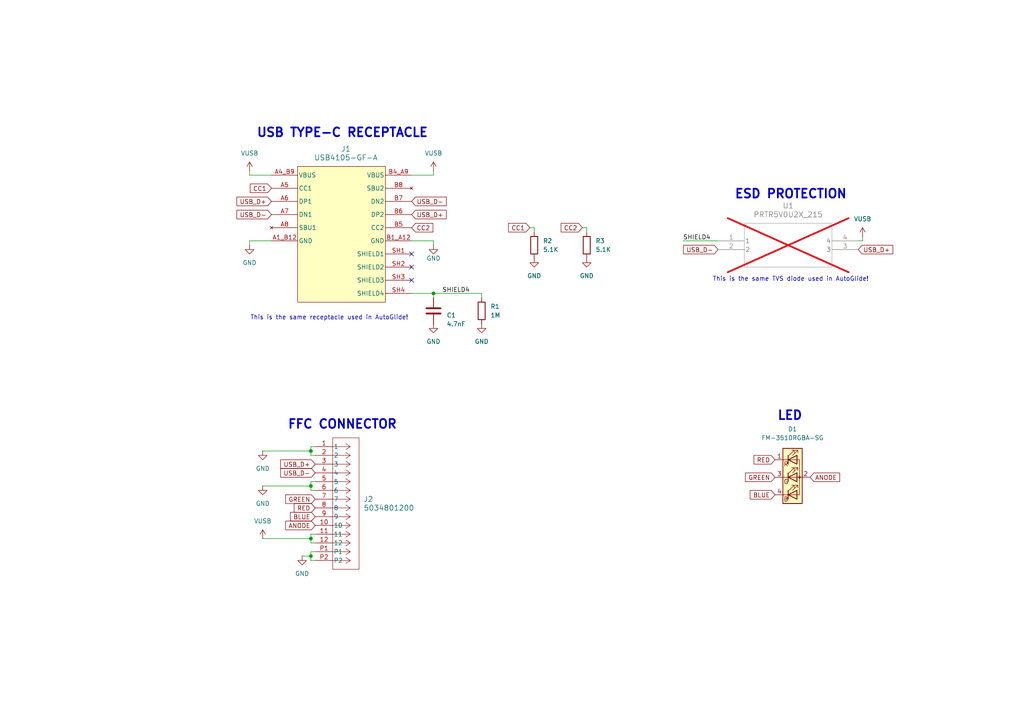
<source format=kicad_sch>
(kicad_sch (version 20231120) (generator "eeschema") (generator_version "8.0")
  (paper "A4")
  (lib_symbols
    (symbol "5034801200:5034801200" (pin_names (offset 0.254))
      (property "Reference" "J" (at 8.89 6.35 0))
      (property "Value" "5034801200" (at 0 0 0))
      (symbol "5034801200_1_1"
        (polyline (pts (xy 5.08 -35.56) (xy 12.7 -35.56)) (stroke (width 0.127)))
        (polyline (pts (xy 5.08 2.54) (xy 5.08 -35.56)) (stroke (width 0.127)))
        (polyline (pts (xy 10.16 -33.02) (xy 5.08 -33.02)) (stroke (width 0.127)))
        (polyline (pts (xy 10.16 -33.02) (xy 8.89 -33.8667)) (stroke (width 0.127)))
        (polyline (pts (xy 10.16 -33.02) (xy 8.89 -32.1733)) (stroke (width 0.127)))
        (polyline (pts (xy 10.16 -30.48) (xy 5.08 -30.48)) (stroke (width 0.127)))
        (polyline (pts (xy 10.16 -30.48) (xy 8.89 -31.3267)) (stroke (width 0.127)))
        (polyline (pts (xy 10.16 -30.48) (xy 8.89 -29.6333)) (stroke (width 0.127)))
        (polyline (pts (xy 10.16 -27.94) (xy 5.08 -27.94)) (stroke (width 0.127)))
        (polyline (pts (xy 10.16 -27.94) (xy 8.89 -28.7867)) (stroke (width 0.127)))
        (polyline (pts (xy 10.16 -27.94) (xy 8.89 -27.0933)) (stroke (width 0.127)))
        (polyline (pts (xy 10.16 -25.4) (xy 5.08 -25.4)) (stroke (width 0.127)))
        (polyline (pts (xy 10.16 -25.4) (xy 8.89 -26.2467)) (stroke (width 0.127)))
        (polyline (pts (xy 10.16 -25.4) (xy 8.89 -24.5533)) (stroke (width 0.127)))
        (polyline (pts (xy 10.16 -22.86) (xy 5.08 -22.86)) (stroke (width 0.127)))
        (polyline (pts (xy 10.16 -22.86) (xy 8.89 -23.7067)) (stroke (width 0.127)))
        (polyline (pts (xy 10.16 -22.86) (xy 8.89 -22.0133)) (stroke (width 0.127)))
        (polyline (pts (xy 10.16 -20.32) (xy 5.08 -20.32)) (stroke (width 0.127)))
        (polyline (pts (xy 10.16 -20.32) (xy 8.89 -21.1667)) (stroke (width 0.127)))
        (polyline (pts (xy 10.16 -20.32) (xy 8.89 -19.4733)) (stroke (width 0.127)))
        (polyline (pts (xy 10.16 -17.78) (xy 5.08 -17.78)) (stroke (width 0.127)))
        (polyline (pts (xy 10.16 -17.78) (xy 8.89 -18.6267)) (stroke (width 0.127)))
        (polyline (pts (xy 10.16 -17.78) (xy 8.89 -16.9333)) (stroke (width 0.127)))
        (polyline (pts (xy 10.16 -15.24) (xy 5.08 -15.24)) (stroke (width 0.127)))
        (polyline (pts (xy 10.16 -15.24) (xy 8.89 -16.0867)) (stroke (width 0.127)))
        (polyline (pts (xy 10.16 -15.24) (xy 8.89 -14.3933)) (stroke (width 0.127)))
        (polyline (pts (xy 10.16 -12.7) (xy 5.08 -12.7)) (stroke (width 0.127)))
        (polyline (pts (xy 10.16 -12.7) (xy 8.89 -13.5467)) (stroke (width 0.127)))
        (polyline (pts (xy 10.16 -12.7) (xy 8.89 -11.8533)) (stroke (width 0.127)))
        (polyline (pts (xy 10.16 -10.16) (xy 5.08 -10.16)) (stroke (width 0.127)))
        (polyline (pts (xy 10.16 -10.16) (xy 8.89 -11.0067)) (stroke (width 0.127)))
        (polyline (pts (xy 10.16 -10.16) (xy 8.89 -9.3133)) (stroke (width 0.127)))
        (polyline (pts (xy 10.16 -7.62) (xy 5.08 -7.62)) (stroke (width 0.127)))
        (polyline (pts (xy 10.16 -7.62) (xy 8.89 -8.4667)) (stroke (width 0.127)))
        (polyline (pts (xy 10.16 -7.62) (xy 8.89 -6.7733)) (stroke (width 0.127)))
        (polyline (pts (xy 10.16 -5.08) (xy 5.08 -5.08)) (stroke (width 0.127)))
        (polyline (pts (xy 10.16 -5.08) (xy 8.89 -5.9267)) (stroke (width 0.127)))
        (polyline (pts (xy 10.16 -5.08) (xy 8.89 -4.2333)) (stroke (width 0.127)))
        (polyline (pts (xy 10.16 -2.54) (xy 5.08 -2.54)) (stroke (width 0.127)))
        (polyline (pts (xy 10.16 -2.54) (xy 8.89 -3.3867)) (stroke (width 0.127)))
        (polyline (pts (xy 10.16 -2.54) (xy 8.89 -1.6933)) (stroke (width 0.127)))
        (polyline (pts (xy 10.16 0) (xy 5.08 0)) (stroke (width 0.127)))
        (polyline (pts (xy 10.16 0) (xy 8.89 -0.8467)) (stroke (width 0.127)))
        (polyline (pts (xy 10.16 0) (xy 8.89 0.8467)) (stroke (width 0.127)))
        (polyline (pts (xy 12.7 -35.56) (xy 12.7 2.54)) (stroke (width 0.127)))
        (polyline (pts (xy 12.7 2.54) (xy 5.08 2.54)) (stroke (width 0.127)))
        (pin unspecified line (at 0 0 0) (length 5.08) (name "1") (number "1"))
        (pin unspecified line (at 0 -22.86 0) (length 5.08) (name "10") (number "10"))
        (pin unspecified line (at 0 -25.4 0) (length 5.08) (name "11") (number "11"))
        (pin unspecified line (at 0 -27.94 0) (length 5.08) (name "12") (number "12"))
        (pin unspecified line (at 0 -2.54 0) (length 5.08) (name "2") (number "2"))
        (pin unspecified line (at 0 -5.08 0) (length 5.08) (name "3") (number "3"))
        (pin unspecified line (at 0 -7.62 0) (length 5.08) (name "4") (number "4"))
        (pin unspecified line (at 0 -10.16 0) (length 5.08) (name "5") (number "5"))
        (pin unspecified line (at 0 -12.7 0) (length 5.08) (name "6") (number "6"))
        (pin unspecified line (at 0 -15.24 0) (length 5.08) (name "7") (number "7"))
        (pin unspecified line (at 0 -17.78 0) (length 5.08) (name "8") (number "8"))
        (pin unspecified line (at 0 -20.32 0) (length 5.08) (name "9") (number "9"))
        (pin unspecified line (at 0 -30.48 0) (length 5.08) (name "P1") (number "P1"))
        (pin unspecified line (at 0 -33.02 0) (length 5.08) (name "P2") (number "P2"))
      )
      (symbol "5034801200_1_2"
        (polyline (pts (xy 5.08 -35.56) (xy 12.7 -35.56)) (stroke (width 0.127)))
        (polyline (pts (xy 5.08 2.54) (xy 5.08 -35.56)) (stroke (width 0.127)))
        (polyline (pts (xy 7.62 -33.02) (xy 5.08 -33.02)) (stroke (width 0.127)))
        (polyline (pts (xy 7.62 -33.02) (xy 8.89 -33.8667)) (stroke (width 0.127)))
        (polyline (pts (xy 7.62 -33.02) (xy 8.89 -32.1733)) (stroke (width 0.127)))
        (polyline (pts (xy 7.62 -30.48) (xy 5.08 -30.48)) (stroke (width 0.127)))
        (polyline (pts (xy 7.62 -30.48) (xy 8.89 -31.3267)) (stroke (width 0.127)))
        (polyline (pts (xy 7.62 -30.48) (xy 8.89 -29.6333)) (stroke (width 0.127)))
        (polyline (pts (xy 7.62 -27.94) (xy 5.08 -27.94)) (stroke (width 0.127)))
        (polyline (pts (xy 7.62 -27.94) (xy 8.89 -28.7867)) (stroke (width 0.127)))
        (polyline (pts (xy 7.62 -27.94) (xy 8.89 -27.0933)) (stroke (width 0.127)))
        (polyline (pts (xy 7.62 -25.4) (xy 5.08 -25.4)) (stroke (width 0.127)))
        (polyline (pts (xy 7.62 -25.4) (xy 8.89 -26.2467)) (stroke (width 0.127)))
        (polyline (pts (xy 7.62 -25.4) (xy 8.89 -24.5533)) (stroke (width 0.127)))
        (polyline (pts (xy 7.62 -22.86) (xy 5.08 -22.86)) (stroke (width 0.127)))
        (polyline (pts (xy 7.62 -22.86) (xy 8.89 -23.7067)) (stroke (width 0.127)))
        (polyline (pts (xy 7.62 -22.86) (xy 8.89 -22.0133)) (stroke (width 0.127)))
        (polyline (pts (xy 7.62 -20.32) (xy 5.08 -20.32)) (stroke (width 0.127)))
        (polyline (pts (xy 7.62 -20.32) (xy 8.89 -21.1667)) (stroke (width 0.127)))
        (polyline (pts (xy 7.62 -20.32) (xy 8.89 -19.4733)) (stroke (width 0.127)))
        (polyline (pts (xy 7.62 -17.78) (xy 5.08 -17.78)) (stroke (width 0.127)))
        (polyline (pts (xy 7.62 -17.78) (xy 8.89 -18.6267)) (stroke (width 0.127)))
        (polyline (pts (xy 7.62 -17.78) (xy 8.89 -16.9333)) (stroke (width 0.127)))
        (polyline (pts (xy 7.62 -15.24) (xy 5.08 -15.24)) (stroke (width 0.127)))
        (polyline (pts (xy 7.62 -15.24) (xy 8.89 -16.0867)) (stroke (width 0.127)))
        (polyline (pts (xy 7.62 -15.24) (xy 8.89 -14.3933)) (stroke (width 0.127)))
        (polyline (pts (xy 7.62 -12.7) (xy 5.08 -12.7)) (stroke (width 0.127)))
        (polyline (pts (xy 7.62 -12.7) (xy 8.89 -13.5467)) (stroke (width 0.127)))
        (polyline (pts (xy 7.62 -12.7) (xy 8.89 -11.8533)) (stroke (width 0.127)))
        (polyline (pts (xy 7.62 -10.16) (xy 5.08 -10.16)) (stroke (width 0.127)))
        (polyline (pts (xy 7.62 -10.16) (xy 8.89 -11.0067)) (stroke (width 0.127)))
        (polyline (pts (xy 7.62 -10.16) (xy 8.89 -9.3133)) (stroke (width 0.127)))
        (polyline (pts (xy 7.62 -7.62) (xy 5.08 -7.62)) (stroke (width 0.127)))
        (polyline (pts (xy 7.62 -7.62) (xy 8.89 -8.4667)) (stroke (width 0.127)))
        (polyline (pts (xy 7.62 -7.62) (xy 8.89 -6.7733)) (stroke (width 0.127)))
        (polyline (pts (xy 7.62 -5.08) (xy 5.08 -5.08)) (stroke (width 0.127)))
        (polyline (pts (xy 7.62 -5.08) (xy 8.89 -5.9267)) (stroke (width 0.127)))
        (polyline (pts (xy 7.62 -5.08) (xy 8.89 -4.2333)) (stroke (width 0.127)))
        (polyline (pts (xy 7.62 -2.54) (xy 5.08 -2.54)) (stroke (width 0.127)))
        (polyline (pts (xy 7.62 -2.54) (xy 8.89 -3.3867)) (stroke (width 0.127)))
        (polyline (pts (xy 7.62 -2.54) (xy 8.89 -1.6933)) (stroke (width 0.127)))
        (polyline (pts (xy 7.62 0) (xy 5.08 0)) (stroke (width 0.127)))
        (polyline (pts (xy 7.62 0) (xy 8.89 -0.8467)) (stroke (width 0.127)))
        (polyline (pts (xy 7.62 0) (xy 8.89 0.8467)) (stroke (width 0.127)))
        (polyline (pts (xy 12.7 -35.56) (xy 12.7 2.54)) (stroke (width 0.127)))
        (polyline (pts (xy 12.7 2.54) (xy 5.08 2.54)) (stroke (width 0.127)))
        (pin unspecified line (at 0 0 0) (length 5.08) (name "1") (number "1"))
        (pin unspecified line (at 0 -22.86 0) (length 5.08) (name "10") (number "10"))
        (pin unspecified line (at 0 -25.4 0) (length 5.08) (name "11") (number "11"))
        (pin unspecified line (at 0 -27.94 0) (length 5.08) (name "12") (number "12"))
        (pin unspecified line (at 0 -2.54 0) (length 5.08) (name "2") (number "2"))
        (pin unspecified line (at 0 -5.08 0) (length 5.08) (name "3") (number "3"))
        (pin unspecified line (at 0 -7.62 0) (length 5.08) (name "4") (number "4"))
        (pin unspecified line (at 0 -10.16 0) (length 5.08) (name "5") (number "5"))
        (pin unspecified line (at 0 -12.7 0) (length 5.08) (name "6") (number "6"))
        (pin unspecified line (at 0 -15.24 0) (length 5.08) (name "7") (number "7"))
        (pin unspecified line (at 0 -17.78 0) (length 5.08) (name "8") (number "8"))
        (pin unspecified line (at 0 -20.32 0) (length 5.08) (name "9") (number "9"))
        (pin unspecified line (at 0 -30.48 0) (length 5.08) (name "P1") (number "P1"))
        (pin unspecified line (at 0 -33.02 0) (length 5.08) (name "P2") (number "P2"))
      )
    )
    (symbol "Device:C" (pin_numbers hide) (pin_names (offset 0.254))
      (property "Reference" "C" (at 0.635 2.54 0))
      (property "Value" "C" (at 0.635 -2.54 0))
      (symbol "C_0_1"
        (polyline (pts (xy -2.032 -0.762) (xy 2.032 -0.762)) (stroke (width 0.508)))
        (polyline (pts (xy -2.032 0.762) (xy 2.032 0.762)) (stroke (width 0.508)))
      )
      (symbol "C_1_1"
        (pin passive line (at 0 3.81 270) (length 2.794) (name "~") (number "1"))
        (pin passive line (at 0 -3.81 90) (length 2.794) (name "~") (number "2"))
      )
    )
    (symbol "Device:LED_RAGB" (pin_names (offset 0) hide)
      (property "Reference" "D" (at 0 9.398 0))
      (property "Value" "LED_RAGB" (at 0 -8.89 0))
      (symbol "LED_RAGB_0_0"
        (text "B" (at -1.905 -6.35 0) (effects (font (size 1.27 1.27))))
        (text "G" (at -1.905 -1.27 0) (effects (font (size 1.27 1.27))))
        (text "R" (at -1.905 3.81 0) (effects (font (size 1.27 1.27))))
      )
      (symbol "LED_RAGB_0_1"
        (polyline (pts (xy -1.27 -5.08) (xy -2.54 -5.08)))
        (polyline (pts (xy -1.27 -5.08) (xy 1.27 -5.08)))
        (polyline (pts (xy -1.27 -3.81) (xy -1.27 -6.35)) (stroke (width 0.254)))
        (polyline (pts (xy -1.27 0) (xy -2.54 0)))
        (polyline (pts (xy -1.27 1.27) (xy -1.27 -1.27)) (stroke (width 0.254)))
        (polyline (pts (xy -1.27 5.08) (xy -2.54 5.08)))
        (polyline (pts (xy -1.27 5.08) (xy 1.27 5.08)))
        (polyline (pts (xy -1.27 6.35) (xy -1.27 3.81)) (stroke (width 0.254)))
        (polyline (pts (xy 1.27 0) (xy -1.27 0)))
        (polyline (pts (xy 1.27 0) (xy 2.54 0)))
        (polyline (pts (xy -1.27 1.27) (xy -1.27 -1.27) (xy -1.27 -1.27)))
        (polyline (pts (xy -1.27 6.35) (xy -1.27 3.81) (xy -1.27 3.81)))
        (polyline (pts (xy 1.27 -5.08) (xy 2.032 -5.08) (xy 2.032 5.08) (xy 1.27 5.08)))
        (polyline (pts (xy 1.27 -3.81) (xy 1.27 -6.35) (xy -1.27 -5.08) (xy 1.27 -3.81)) (stroke (width 0.254)))
        (polyline (pts (xy 1.27 1.27) (xy 1.27 -1.27) (xy -1.27 0) (xy 1.27 1.27)) (stroke (width 0.254)))
        (polyline (pts (xy 1.27 6.35) (xy 1.27 3.81) (xy -1.27 5.08) (xy 1.27 6.35)) (stroke (width 0.254)))
        (polyline (pts (xy -1.016 -3.81) (xy 0.508 -2.286) (xy -0.254 -2.286) (xy 0.508 -2.286) (xy 0.508 -3.048)))
        (polyline (pts (xy -1.016 1.27) (xy 0.508 2.794) (xy -0.254 2.794) (xy 0.508 2.794) (xy 0.508 2.032)))
        (polyline (pts (xy -1.016 6.35) (xy 0.508 7.874) (xy -0.254 7.874) (xy 0.508 7.874) (xy 0.508 7.112)))
        (polyline (pts (xy 0 -3.81) (xy 1.524 -2.286) (xy 0.762 -2.286) (xy 1.524 -2.286) (xy 1.524 -3.048)))
        (polyline (pts (xy 0 1.27) (xy 1.524 2.794) (xy 0.762 2.794) (xy 1.524 2.794) (xy 1.524 2.032)))
        (polyline (pts (xy 0 6.35) (xy 1.524 7.874) (xy 0.762 7.874) (xy 1.524 7.874) (xy 1.524 7.112)))
        (rectangle (start 1.27 -1.27) (end 1.27 1.27))
        (rectangle (start 1.27 1.27) (end 1.27 1.27))
        (rectangle (start 1.27 3.81) (end 1.27 6.35))
        (rectangle (start 1.27 6.35) (end 1.27 6.35))
        (circle (center 2.032 0) (radius 0.254) (fill (type outline)))
        (rectangle (start 2.794 8.382) (end -2.794 -7.62) (stroke (width 0.254)) (fill (type background)))
      )
      (symbol "LED_RAGB_1_1"
        (pin passive line (at -5.08 5.08 0) (length 2.54) (name "RK") (number "1"))
        (pin passive line (at 5.08 0 180) (length 2.54) (name "A") (number "2"))
        (pin passive line (at -5.08 0 0) (length 2.54) (name "GK") (number "3"))
        (pin passive line (at -5.08 -5.08 0) (length 2.54) (name "BK") (number "4"))
      )
    )
    (symbol "Device:R" (pin_numbers hide) (pin_names (offset 0))
      (property "Reference" "R" (at 2.032 0 90))
      (property "Value" "R" (at 0 0 90))
      (symbol "R_0_1"
        (rectangle (start -1.016 -2.54) (end 1.016 2.54) (stroke (width 0.254)))
      )
      (symbol "R_1_1"
        (pin passive line (at 0 3.81 270) (length 1.27) (name "~") (number "1"))
        (pin passive line (at 0 -3.81 90) (length 1.27) (name "~") (number "2"))
      )
    )
    (symbol "PRTR5V0U2X_215:PRTR5V0U2X_215" (pin_names (offset 0.254))
      (property "Reference" "U" (at 20.32 10.16 0))
      (property "Value" "PRTR5V0U2X_215" (at 20.32 7.62 0))
      (symbol "PRTR5V0U2X_215_0_1"
        (polyline (pts (xy 7.62 -7.62) (xy 33.02 -7.62)) (stroke (width 0.127)))
        (polyline (pts (xy 7.62 5.08) (xy 7.62 -7.62)) (stroke (width 0.127)))
        (polyline (pts (xy 33.02 -7.62) (xy 33.02 5.08)) (stroke (width 0.127)))
        (polyline (pts (xy 33.02 5.08) (xy 7.62 5.08)) (stroke (width 0.127)))
        (pin unspecified line (at 0 0 0) (length 7.62) (name "1") (number "1"))
        (pin unspecified line (at 0 -2.54 0) (length 7.62) (name "2") (number "2"))
        (pin unspecified line (at 40.64 -2.54 180) (length 7.62) (name "3") (number "3"))
        (pin unspecified line (at 40.64 0 180) (length 7.62) (name "4") (number "4"))
      )
    )
    (symbol "USB4105-GF-A:USB4105-GF-A" (pin_names (offset 0.254))
      (property "Reference" "J" (at 20.32 10.16 0))
      (property "Value" "USB4105-GF-A" (at 20.32 7.62 0))
      (symbol "USB4105-GF-A_1_1"
        (rectangle (start 6.35 5.08) (end 31.75 -34.29) (fill (type background)))
        (pin passive line (at -1.27 -16.51 0) (length 7.62) (name "GND") (number "A1_B12"))
        (pin power_in line (at -1.27 2.54 0) (length 7.62) (name "VBUS") (number "A4_B9"))
        (pin passive line (at -1.27 -1.27 0) (length 7.62) (name "CC1") (number "A5"))
        (pin bidirectional line (at -1.27 -5.08 0) (length 7.62) (name "DP1") (number "A6"))
        (pin bidirectional line (at -1.27 -8.89 0) (length 7.62) (name "DN1") (number "A7"))
        (pin no_connect line (at -1.27 -12.7 0) (length 7.62) (name "SBU1") (number "A8"))
        (pin passive line (at 39.37 -16.51 180) (length 7.62) (name "GND") (number "B1_A12"))
        (pin power_in line (at 39.37 2.54 180) (length 7.62) (name "VBUS") (number "B4_A9"))
        (pin passive line (at 39.37 -12.7 180) (length 7.62) (name "CC2") (number "B5"))
        (pin bidirectional line (at 39.37 -8.89 180) (length 7.62) (name "DP2") (number "B6"))
        (pin bidirectional line (at 39.37 -5.08 180) (length 7.62) (name "DN2") (number "B7"))
        (pin no_connect line (at 39.37 -1.27 180) (length 7.62) (name "SBU2") (number "B8"))
        (pin passive line (at 39.37 -20.32 180) (length 7.62) (name "SHIELD1") (number "SH1"))
        (pin passive line (at 39.37 -24.13 180) (length 7.62) (name "SHIELD2") (number "SH2"))
        (pin passive line (at 39.37 -27.94 180) (length 7.62) (name "SHIELD3") (number "SH3"))
        (pin passive line (at 39.37 -31.75 180) (length 7.62) (name "SHIELD4") (number "SH4"))
      )
    )
    (symbol "power:+5V" (power) (pin_numbers hide) (pin_names (offset 0) hide)
      (property "Value" "+5V" (at 0 3.556 0))
      (symbol "+5V_0_1"
        (polyline (pts (xy -0.762 1.27) (xy 0 2.54)))
        (polyline (pts (xy 0 0) (xy 0 2.54)))
        (polyline (pts (xy 0 2.54) (xy 0.762 1.27)))
      )
      (symbol "+5V_1_1"
        (pin power_in line (at 0 0 90) (length 0) (name "~") (number "1"))
      )
    )
    (symbol "power:GND" (power) (pin_numbers hide) (pin_names (offset 0) hide)
      (property "Value" "GND" (at 0 -3.81 0))
      (symbol "GND_0_1"
        (polyline (pts (xy 0 0) (xy 0 -1.27) (xy 1.27 -1.27) (xy 0 -2.54) (xy -1.27 -1.27) (xy 0 -1.27)))
      )
      (symbol "GND_1_1"
        (pin power_in line (at 0 0 270) (length 0) (name "~") (number "1"))
      )
    )
  )
  (junction (at 90.17 161.29))
  (junction (at 90.17 140.97))
  (junction (at 125.73 85.09))
  (junction (at 90.17 130.81))
  (junction (at 90.17 156.21))
  (no_connect (at 119.38 81.28))
  (no_connect (at 119.38 73.66))
  (no_connect (at 119.38 77.47))
  (wire (pts (xy 125.73 85.09) (xy 125.73 86.36)))
  (wire (pts (xy 90.17 132.08) (xy 91.44 132.08)))
  (wire (pts (xy 91.44 160.02) (xy 90.17 160.02)))
  (wire (pts (xy 250.19 69.85) (xy 250.19 68.58)))
  (wire (pts (xy 125.73 69.85) (xy 125.73 71.12)))
  (wire (pts (xy 90.17 129.54) (xy 90.17 130.81)))
  (wire (pts (xy 90.17 157.48) (xy 91.44 157.48)))
  (wire (pts (xy 91.44 154.94) (xy 90.17 154.94)))
  (wire (pts (xy 91.44 129.54) (xy 90.17 129.54)))
  (wire (pts (xy 170.18 66.04) (xy 170.18 67.31)))
  (wire (pts (xy 168.91 66.04) (xy 170.18 66.04)))
  (wire (pts (xy 91.44 139.7) (xy 90.17 139.7)))
  (wire (pts (xy 87.63 161.29) (xy 90.17 161.29)))
  (wire (pts (xy 76.2 130.81) (xy 90.17 130.81)))
  (wire (pts (xy 76.2 156.21) (xy 90.17 156.21)))
  (wire (pts (xy 154.94 67.31) (xy 154.94 66.04)))
  (wire (pts (xy 90.17 154.94) (xy 90.17 156.21)))
  (wire (pts (xy 90.17 162.56) (xy 91.44 162.56)))
  (wire (pts (xy 76.2 140.97) (xy 90.17 140.97)))
  (wire (pts (xy 90.17 130.81) (xy 90.17 132.08)))
  (wire (pts (xy 119.38 69.85) (xy 125.73 69.85)))
  (wire (pts (xy 72.39 50.8) (xy 72.39 49.53)))
  (wire (pts (xy 78.74 69.85) (xy 72.39 69.85)))
  (wire (pts (xy 125.73 50.8) (xy 119.38 50.8)))
  (wire (pts (xy 90.17 161.29) (xy 90.17 162.56)))
  (wire (pts (xy 125.73 85.09) (xy 139.7 85.09)))
  (wire (pts (xy 90.17 139.7) (xy 90.17 140.97)))
  (wire (pts (xy 90.17 140.97) (xy 90.17 142.24)))
  (wire (pts (xy 72.39 69.85) (xy 72.39 71.12)))
  (wire (pts (xy 198.12 69.85) (xy 208.28 69.85)))
  (wire (pts (xy 125.73 49.53) (xy 125.73 50.8)))
  (wire (pts (xy 90.17 156.21) (xy 90.17 157.48)))
  (wire (pts (xy 154.94 66.04) (xy 153.67 66.04)))
  (wire (pts (xy 248.92 69.85) (xy 250.19 69.85)))
  (wire (pts (xy 90.17 142.24) (xy 91.44 142.24)))
  (wire (pts (xy 139.7 85.09) (xy 139.7 86.36)))
  (wire (pts (xy 78.74 50.8) (xy 72.39 50.8)))
  (wire (pts (xy 119.38 85.09) (xy 125.73 85.09)))
  (wire (pts (xy 90.17 160.02) (xy 90.17 161.29)))
  (text "USB TYPE-C RECEPTACLE" (at 99.314 38.608 0) (effects (font (size 2.54 2.54) (thickness 0.508) (bold yes))))
  (text "LED\n" (at 229.108 120.65 0) (effects (font (size 2.54 2.54) (thickness 0.508) (bold yes))))
  (text "This is the same TVS diode used in AutoGlide!" (at 229.362 81.026 0) (effects (font (size 1.27 1.27))))
  (text "FFC CONNECTOR\n" (at 99.314 123.19 0) (effects (font (size 2.54 2.54) (thickness 0.508) (bold yes))))
  (text "This is the same receptacle used in AutoGlide!" (at 95.504 92.202 0) (effects (font (size 1.27 1.27))))
  (text "ESD PROTECTION\n" (at 229.362 56.388 0) (effects (font (size 2.54 2.54) (thickness 0.508) (bold yes))))
  (label "SHIELD4" (at 128.27 85.09 0))
  (label "SHIELD4" (at 198.12 69.85 0))
  (global_label "GREEN" (shape input) (at 91.44 144.78 180) (property "Intersheetrefs" "${INTERSHEET_REFS}" (effects (hide yes))))
  (global_label "USB_D+" (shape input) (at 91.44 134.62 180) (property "Intersheetrefs" "${INTERSHEET_REFS}" (effects (hide yes))))
  (global_label "USB_D+" (shape input) (at 78.74 58.42 180) (property "Intersheetrefs" "${INTERSHEET_REFS}" (effects (hide yes))))
  (global_label "USB_D-" (shape input) (at 208.28 72.39 180) (property "Intersheetrefs" "${INTERSHEET_REFS}" (effects (hide yes))))
  (global_label "CC2" (shape input) (at 168.91 66.04 180) (property "Intersheetrefs" "${INTERSHEET_REFS}" (effects (hide yes))))
  (global_label "RED" (shape input) (at 91.44 147.32 180) (property "Intersheetrefs" "${INTERSHEET_REFS}" (effects (hide yes))))
  (global_label "USB_D-" (shape input) (at 78.74 62.23 180) (property "Intersheetrefs" "${INTERSHEET_REFS}" (effects (hide yes))))
  (global_label "CC1" (shape input) (at 78.74 54.61 180) (property "Intersheetrefs" "${INTERSHEET_REFS}" (effects (hide yes))))
  (global_label "CC1" (shape input) (at 153.67 66.04 180) (property "Intersheetrefs" "${INTERSHEET_REFS}" (effects (hide yes))))
  (global_label "RED" (shape input) (at 224.79 133.35 180) (property "Intersheetrefs" "${INTERSHEET_REFS}" (effects (hide yes))))
  (global_label "ANODE" (shape input) (at 234.95 138.43 0) (property "Intersheetrefs" "${INTERSHEET_REFS}" (effects (hide yes))))
  (global_label "GREEN" (shape input) (at 224.79 138.43 180) (property "Intersheetrefs" "${INTERSHEET_REFS}" (effects (hide yes))))
  (global_label "USB_D-" (shape input) (at 91.44 137.16 180) (property "Intersheetrefs" "${INTERSHEET_REFS}" (effects (hide yes))))
  (global_label "BLUE" (shape input) (at 224.79 143.51 180) (property "Intersheetrefs" "${INTERSHEET_REFS}" (effects (hide yes))))
  (global_label "ANODE" (shape input) (at 91.44 152.4 180) (property "Intersheetrefs" "${INTERSHEET_REFS}" (effects (hide yes))))
  (global_label "USB_D-" (shape input) (at 119.38 58.42 0) (property "Intersheetrefs" "${INTERSHEET_REFS}" (effects (hide yes))))
  (global_label "USB_D+" (shape input) (at 119.38 62.23 0) (property "Intersheetrefs" "${INTERSHEET_REFS}" (effects (hide yes))))
  (global_label "CC2" (shape input) (at 119.38 66.04 0) (property "Intersheetrefs" "${INTERSHEET_REFS}" (effects (hide yes))))
  (global_label "USB_D+" (shape input) (at 248.92 72.39 0) (property "Intersheetrefs" "${INTERSHEET_REFS}" (effects (hide yes))))
  (global_label "BLUE" (shape input) (at 91.44 149.86 180) (property "Intersheetrefs" "${INTERSHEET_REFS}" (effects (hide yes))))
  (symbol (lib_id "USB4105-GF-A:USB4105-GF-A") (at 80.01 53.34 0) (unit 1)
    (property "Reference" "J1" (at 100.33 43.18 0) (effects (font (size 1.524 1.524))))
    (property "Value" "USB4105-GF-A" (at 100.33 45.72 0) (effects (font (size 1.524 1.524))))
    (property "Footprint" "ul_USB4105-GF-A:GCT_USB4105-GF-A" (effects (hide yes)))
    (property "Datasheet" "USB4105-GF-A" (effects (hide yes)))
  )
  (symbol (lib_id "Device:LED_RAGB") (at 229.87 138.43 0) (unit 1)
    (property "Reference" "D1" (at 229.87 124.46 0))
    (property "Value" "FM-3510RGBA-SG" (at 229.87 127 0))
    (property "Footprint" "FM-3510RGBA-SG:FM-3510RGBA-SG" (effects (hide yes)))
    (property "Datasheet" "https://www.lcsc.com/datasheet/lcsc_datasheet_2009051636_Foshan-NationStar-Optoelectronics-FM-3510RGBA-SG_C727903.pdf" (effects (hide yes)))
    (property "Description" "RGB LED, red/anode/green/blue" (effects (hide yes)))
  )
  (symbol (lib_id "Device:R") (at 154.94 71.12 0) (unit 1)
    (property "Reference" "R2" (at 157.48 69.8499 0) (effects (justify left)))
    (property "Value" "5.1K" (at 157.48 72.3899 0) (effects (justify left)))
    (property "Footprint" "Resistor_SMD:R_0603_1608Metric_Pad0.98x0.95mm_HandSolder" (effects (hide yes)))
    (property "Description" "Resistor" (effects (hide yes)))
  )
  (symbol (lib_id "power:+5V") (at 125.73 49.53 0) (unit 1)
    (property "Reference" "#PWR02" (effects (hide yes)))
    (property "Value" "VUSB" (at 125.73 44.45 0))
    (property "Description" "Power symbol creates a global label with name \"+5V\"" (effects (hide yes)))
  )
  (symbol (lib_id "power:GND") (at 76.2 140.97 0) (unit 1)
    (property "Reference" "#PWR09" (effects (hide yes)))
    (property "Value" "GND" (at 76.2 146.05 0))
    (property "Description" "Power symbol creates a global label with name \"GND\" , ground" (effects (hide yes)))
  )
  (symbol (lib_id "power:GND") (at 139.7 93.98 0) (unit 1)
    (property "Reference" "#PWR06" (effects (hide yes)))
    (property "Value" "GND" (at 139.7 99.06 0))
    (property "Description" "Power symbol creates a global label with name \"GND\" , ground" (effects (hide yes)))
  )
  (symbol (lib_id "5034801200:5034801200") (at 91.44 129.54 0) (unit 1)
    (property "Reference" "J2" (at 105.41 144.7799 0) (effects (font (size 1.524 1.524)) (justify left)))
    (property "Value" "5034801200" (at 105.41 147.3199 0) (effects (font (size 1.524 1.524)) (justify left)))
    (property "Footprint" "5034801200:CON_5034801200_MOL" (effects (hide yes)))
    (property "Datasheet" "5034801200" (effects (hide yes)))
  )
  (symbol (lib_id "Device:R") (at 170.18 71.12 0) (unit 1)
    (property "Reference" "R3" (at 172.72 69.8499 0) (effects (justify left)))
    (property "Value" "5.1K" (at 172.72 72.3899 0) (effects (justify left)))
    (property "Footprint" "Resistor_SMD:R_0603_1608Metric_Pad0.98x0.95mm_HandSolder" (effects (hide yes)))
    (property "Description" "Resistor" (effects (hide yes)))
  )
  (symbol (lib_id "power:GND") (at 170.18 74.93 0) (unit 1)
    (property "Reference" "#PWR012" (effects (hide yes)))
    (property "Value" "GND" (at 170.18 80.01 0))
    (property "Description" "Power symbol creates a global label with name \"GND\" , ground" (effects (hide yes)))
  )
  (symbol (lib_id "power:GND") (at 125.73 71.12 0) (unit 1)
    (property "Reference" "#PWR04" (effects (hide yes)))
    (property "Value" "GND" (at 125.73 74.93 0))
    (property "Description" "Power symbol creates a global label with name \"GND\" , ground" (effects (hide yes)))
  )
  (symbol (lib_id "power:+5V") (at 250.19 68.58 0) (unit 1)
    (property "Reference" "#PWR013" (effects (hide yes)))
    (property "Value" "VUSB" (at 250.19 63.5 0))
    (property "Description" "Power symbol creates a global label with name \"+5V\"" (effects (hide yes)))
  )
  (symbol (lib_id "power:GND") (at 72.39 71.12 0) (unit 1)
    (property "Reference" "#PWR03" (effects (hide yes)))
    (property "Value" "GND" (at 72.39 76.2 0))
    (property "Description" "Power symbol creates a global label with name \"GND\" , ground" (effects (hide yes)))
  )
  (symbol (lib_id "PRTR5V0U2X_215:PRTR5V0U2X_215") (at 208.28 69.85 0) (unit 1) (on_board no) (dnp yes)
    (property "Reference" "U1" (at 228.6 59.69 0) (effects (font (size 1.524 1.524))))
    (property "Value" "PRTR5V0U2X_215" (at 228.6 62.23 0) (effects (font (size 1.524 1.524))))
    (property "Footprint" "PRTR5V0U2X_215:SOT143B_PRTR5V0U2X_215_NEX" (effects (hide yes)))
    (property "Datasheet" "PRTR5V0U2X_215" (effects (hide yes)))
  )
  (symbol (lib_id "power:GND") (at 76.2 130.81 0) (unit 1)
    (property "Reference" "#PWR08" (effects (hide yes)))
    (property "Value" "GND" (at 76.2 135.89 0))
    (property "Description" "Power symbol creates a global label with name \"GND\" , ground" (effects (hide yes)))
  )
  (symbol (lib_id "power:+5V") (at 72.39 49.53 0) (unit 1)
    (property "Reference" "#PWR01" (effects (hide yes)))
    (property "Value" "VUSB" (at 72.39 44.45 0))
    (property "Description" "Power symbol creates a global label with name \"+5V\"" (effects (hide yes)))
  )
  (symbol (lib_id "Device:R") (at 139.7 90.17 0) (unit 1)
    (property "Reference" "R1" (at 142.24 88.8999 0) (effects (justify left)))
    (property "Value" "1M" (at 142.24 91.4399 0) (effects (justify left)))
    (property "Footprint" "Resistor_SMD:R_0603_1608Metric_Pad0.98x0.95mm_HandSolder" (effects (hide yes)))
    (property "Description" "Resistor" (effects (hide yes)))
  )
  (symbol (lib_id "power:GND") (at 125.73 93.98 0) (unit 1)
    (property "Reference" "#PWR05" (effects (hide yes)))
    (property "Value" "GND" (at 125.73 99.06 0))
    (property "Description" "Power symbol creates a global label with name \"GND\" , ground" (effects (hide yes)))
  )
  (symbol (lib_id "power:GND") (at 87.63 161.29 0) (unit 1)
    (property "Reference" "#PWR07" (effects (hide yes)))
    (property "Value" "GND" (at 87.63 166.37 0))
    (property "Description" "Power symbol creates a global label with name \"GND\" , ground" (effects (hide yes)))
  )
  (symbol (lib_id "Device:C") (at 125.73 90.17 0) (unit 1)
    (property "Reference" "C1" (at 129.54 91.4399 0) (effects (justify left)))
    (property "Value" "4.7nF" (at 129.54 93.9799 0) (effects (justify left)))
    (property "Footprint" "Capacitor_SMD:C_0603_1608Metric_Pad1.08x0.95mm_HandSolder" (effects (hide yes)))
    (property "Description" "Unpolarized capacitor" (effects (hide yes)))
  )
  (symbol (lib_id "power:GND") (at 154.94 74.93 0) (unit 1)
    (property "Reference" "#PWR011" (effects (hide yes)))
    (property "Value" "GND" (at 154.94 80.01 0))
    (property "Description" "Power symbol creates a global label with name \"GND\" , ground" (effects (hide yes)))
  )
  (symbol (lib_id "power:+5V") (at 76.2 156.21 0) (unit 1)
    (property "Reference" "#PWR010" (effects (hide yes)))
    (property "Value" "VUSB" (at 76.2 151.13 0))
    (property "Description" "Power symbol creates a global label with name \"+5V\"" (effects (hide yes)))
  )
)
</source>
